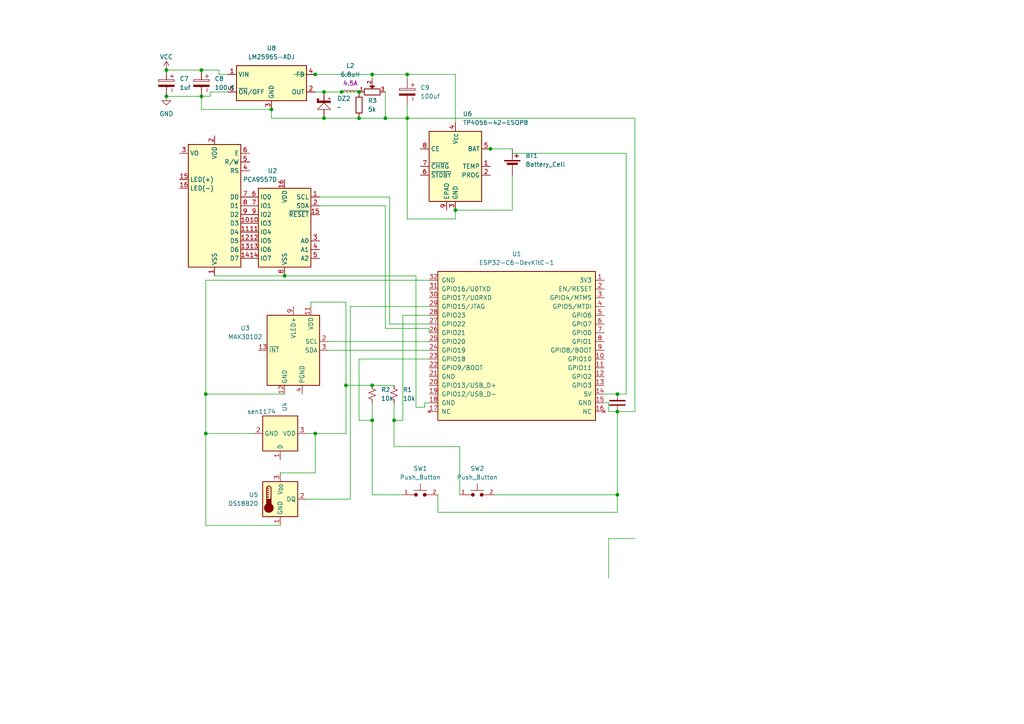
<source format=kicad_sch>
(kicad_sch (version 20250114) (generator "eeschema") (generator_version "9.0")
  (paper "A4")
  (lib_symbols
    (symbol "Battery_Management:TP4056-42-ESOP8"
      (property "Reference" "U" (at -6.604 11.684 0))
      (property "Value" "TP4056-42-ESOP8" (at 10.16 11.684 0))
      (symbol "TP4056-42-ESOP8_1_0"
        (pin input line (at -10.16 5.08 0) (length 2.54) (name "CE") (number "8"))
        (pin open_collector line (at -10.16 0 0) (length 2.54) (name "~{CHRG}") (number "7"))
        (pin open_collector line (at -10.16 -2.54 0) (length 2.54) (name "~{STDBY}") (number "6"))
        (pin passive line (at -2.54 -12.7 90) (length 2.54) (name "EPAD") (number "9"))
        (pin power_in line (at 0 12.7 270) (length 2.54) (name "V_{CC}") (number "4"))
        (pin power_in line (at 0 -12.7 90) (length 2.54) (name "GND") (number "3"))
        (pin power_out line (at 10.16 5.08 180) (length 2.54) (name "BAT") (number "5"))
        (pin input line (at 10.16 0 180) (length 2.54) (name "TEMP") (number "1"))
        (pin passive line (at 10.16 -2.54 180) (length 2.54) (name "PROG") (number "2"))
      )
      (symbol "TP4056-42-ESOP8_1_1"
        (rectangle (start -7.62 10.16) (end 7.62 -10.16) (stroke (width 0.254)) (fill (type background)))
      )
    )
    (symbol "Device:Battery_Cell" (pin_numbers (hide yes)) (pin_names (offset 0) (hide yes))
      (property "Reference" "BT" (at 2.54 2.54 0))
      (property "Value" "Battery_Cell" (at 2.54 0 0))
      (symbol "Battery_Cell_0_1"
        (rectangle (start -2.286 1.778) (end 2.286 1.524) (fill (type outline)))
        (rectangle (start -1.524 1.016) (end 1.524 0.508) (fill (type outline)))
        (polyline (pts (xy 0 1.778) (xy 0 2.54)))
        (polyline (pts (xy 0 0.762) (xy 0 0)))
        (polyline (pts (xy 0.762 3.048) (xy 1.778 3.048)) (stroke (width 0.254)))
        (polyline (pts (xy 1.27 3.556) (xy 1.27 2.54)) (stroke (width 0.254)))
      )
      (symbol "Battery_Cell_1_1"
        (pin passive line (at 0 5.08 270) (length 2.54) (name "+") (number "1"))
        (pin passive line (at 0 -2.54 90) (length 2.54) (name "-") (number "2"))
      )
    )
    (symbol "Display_Character:WC1602A"
      (property "Reference" "DS" (at -5.842 19.05 0))
      (property "Value" "WC1602A" (at 5.334 19.05 0))
      (symbol "WC1602A_1_1"
        (rectangle (start -7.62 17.78) (end 7.62 -17.78) (stroke (width 0.254)) (fill (type background)))
        (pin input line (at -10.16 15.24 0) (length 2.54) (name "E") (number "6"))
        (pin input line (at -10.16 12.7 0) (length 2.54) (name "R/W") (number "5"))
        (pin input line (at -10.16 10.16 0) (length 2.54) (name "RS") (number "4"))
        (pin input line (at -10.16 2.54 0) (length 2.54) (name "D0") (number "7"))
        (pin input line (at -10.16 0 0) (length 2.54) (name "D1") (number "8"))
        (pin input line (at -10.16 -2.54 0) (length 2.54) (name "D2") (number "9"))
        (pin input line (at -10.16 -5.08 0) (length 2.54) (name "D3") (number "10"))
        (pin input line (at -10.16 -7.62 0) (length 2.54) (name "D4") (number "11"))
        (pin input line (at -10.16 -10.16 0) (length 2.54) (name "D5") (number "12"))
        (pin input line (at -10.16 -12.7 0) (length 2.54) (name "D6") (number "13"))
        (pin input line (at -10.16 -15.24 0) (length 2.54) (name "D7") (number "14"))
        (pin power_in line (at 0 20.32 270) (length 2.54) (name "VDD") (number "2"))
        (pin power_in line (at 0 -20.32 90) (length 2.54) (name "VSS") (number "1"))
        (pin input line (at 10.16 15.24 180) (length 2.54) (name "VO") (number "3"))
        (pin power_in line (at 10.16 7.62 180) (length 2.54) (name "LED(+)") (number "15"))
        (pin power_in line (at 10.16 5.08 180) (length 2.54) (name "LED(-)") (number "16"))
      )
    )
    (symbol "Driver_LED:HV9923N8-G"
      (property "Reference" "U" (at -6.35 6.35 0))
      (property "Value" "HV9923N8-G" (at 1.27 6.35 0))
      (symbol "HV9923N8-G_0_1"
        (rectangle (start -5.08 5.08) (end 5.08 -5.08) (stroke (width 0.254)) (fill (type background)))
      )
      (symbol "HV9923N8-G_1_1"
        (pin output line (at 0 7.62 270) (length 2.54) (name "VDD") (number "3"))
        (pin power_in line (at 0 -7.62 90) (length 2.54) (name "GND") (number "2"))
        (pin passive line (at 7.62 0 180) (length 2.54) (name "D") (number "1"))
      )
    )
    (symbol "Interface_Expansion:PCA9557D"
      (property "Reference" "U" (at -7.62 11.43 0))
      (property "Value" "PCA9557D" (at 2.54 11.43 0))
      (symbol "PCA9557D_0_1"
        (rectangle (start -7.62 -12.7) (end 7.62 10.16) (stroke (width 0.254)) (fill (type background)))
      )
      (symbol "PCA9557D_1_1"
        (pin input line (at -10.16 7.62 0) (length 2.54) (name "SCL") (number "1"))
        (pin bidirectional line (at -10.16 5.08 0) (length 2.54) (name "SDA") (number "2"))
        (pin input line (at -10.16 2.54 0) (length 2.54) (name "~{RESET}") (number "15"))
        (pin input line (at -10.16 -5.08 0) (length 2.54) (name "A0") (number "3"))
        (pin input line (at -10.16 -7.62 0) (length 2.54) (name "A1") (number "4"))
        (pin input line (at -10.16 -10.16 0) (length 2.54) (name "A2") (number "5"))
        (pin power_in line (at 0 12.7 270) (length 2.54) (name "VDD") (number "16"))
        (pin power_in line (at 0 -15.24 90) (length 2.54) (name "VSS") (number "8"))
        (pin bidirectional line (at 10.16 7.62 180) (length 2.54) (name "IO0") (number "6"))
        (pin bidirectional line (at 10.16 5.08 180) (length 2.54) (name "IO1") (number "7"))
        (pin bidirectional line (at 10.16 2.54 180) (length 2.54) (name "IO2") (number "9"))
        (pin bidirectional line (at 10.16 0 180) (length 2.54) (name "IO3") (number "10"))
        (pin bidirectional line (at 10.16 -2.54 180) (length 2.54) (name "IO4") (number "11"))
        (pin bidirectional line (at 10.16 -5.08 180) (length 2.54) (name "IO5") (number "12"))
        (pin bidirectional line (at 10.16 -7.62 180) (length 2.54) (name "IO6") (number "13"))
        (pin bidirectional line (at 10.16 -10.16 180) (length 2.54) (name "IO7") (number "14"))
      )
    )
    (symbol "PCM_Espressif:ESP32-C6-DevKitC-1" (pin_names (offset 1.016))
      (property "Reference" "U" (at -22.86 25.4 0))
      (property "Value" "ESP32-C6-DevKitC-1" (at -22.86 22.86 0))
      (symbol "ESP32-C6-DevKitC-1_0_1"
        (rectangle (start -22.86 20.32) (end 22.86 -22.86) (stroke (width 0.254)) (fill (type background)))
      )
      (symbol "ESP32-C6-DevKitC-1_1_0"
        (pin input line (at -25.4 15.24 0) (length 2.54) (name "EN/RESET") (number "2"))
        (pin power_in line (at -25.4 -15.24 0) (length 2.54) (name "5V") (number "14"))
      )
      (symbol "ESP32-C6-DevKitC-1_1_1"
        (pin power_in line (at -25.4 17.78 0) (length 2.54) (name "3V3") (number "1"))
        (pin bidirectional line (at -25.4 12.7 0) (length 2.54) (name "GPIO4/MTMS") (number "3"))
        (pin bidirectional line (at -25.4 10.16 0) (length 2.54) (name "GPIO5/MTDI") (number "4"))
        (pin bidirectional line (at -25.4 7.62 0) (length 2.54) (name "GPIO6") (number "5"))
        (pin bidirectional line (at -25.4 5.08 0) (length 2.54) (name "GPIO7") (number "6"))
        (pin bidirectional line (at -25.4 2.54 0) (length 2.54) (name "GPIO0") (number "7"))
        (pin bidirectional line (at -25.4 0 0) (length 2.54) (name "GPIO1") (number "8"))
        (pin bidirectional line (at -25.4 -2.54 0) (length 2.54) (name "GPIO8/BOOT") (number "9"))
        (pin bidirectional line (at -25.4 -5.08 0) (length 2.54) (name "GPIO10") (number "10"))
        (pin bidirectional line (at -25.4 -7.62 0) (length 2.54) (name "GPIO11") (number "11"))
        (pin bidirectional line (at -25.4 -10.16 0) (length 2.54) (name "GPIO2") (number "12"))
        (pin bidirectional line (at -25.4 -12.7 0) (length 2.54) (name "GPIO3") (number "13"))
        (pin power_in line (at -25.4 -17.78 0) (length 2.54) (name "GND") (number "15"))
        (pin no_connect line (at -25.4 -20.32 0) (length 2.54) (name "NC") (number "16"))
        (pin power_in line (at 25.4 17.78 180) (length 2.54) (name "GND") (number "32"))
        (pin bidirectional line (at 25.4 15.24 180) (length 2.54) (name "GPIO16/U0TXD") (number "31"))
        (pin bidirectional line (at 25.4 12.7 180) (length 2.54) (name "GPIO17/U0RXD") (number "30"))
        (pin bidirectional line (at 25.4 10.16 180) (length 2.54) (name "GPIO15/JTAG") (number "29"))
        (pin bidirectional line (at 25.4 7.62 180) (length 2.54) (name "GPIO23") (number "28"))
        (pin bidirectional line (at 25.4 5.08 180) (length 2.54) (name "GPIO22") (number "27"))
        (pin bidirectional line (at 25.4 2.54 180) (length 2.54) (name "GPIO21") (number "26"))
        (pin bidirectional line (at 25.4 0 180) (length 2.54) (name "GPIO20") (number "25"))
        (pin bidirectional line (at 25.4 -2.54 180) (length 2.54) (name "GPIO19") (number "24"))
        (pin bidirectional line (at 25.4 -5.08 180) (length 2.54) (name "GPIO18") (number "23"))
        (pin bidirectional line (at 25.4 -7.62 180) (length 2.54) (name "GPIO9/BOOT") (number "22"))
        (pin power_in line (at 25.4 -10.16 180) (length 2.54) (name "GND") (number "21"))
        (pin bidirectional line (at 25.4 -12.7 180) (length 2.54) (name "GPIO13/USB_D+") (number "20"))
        (pin bidirectional line (at 25.4 -15.24 180) (length 2.54) (name "GPIO12/USB_D-") (number "19"))
        (pin power_in line (at 25.4 -17.78 180) (length 2.54) (name "GND") (number "18"))
        (pin no_connect line (at 25.4 -20.32 180) (length 2.54) (name "NC") (number "17"))
      )
    )
    (symbol "PCM_Nuova-Elettronica-Diodes:Zener" (pin_numbers (hide yes)) (pin_names (hide yes))
      (property "Reference" "DZ" (at 0 4.826 0))
      (symbol "Zener_1_1"
        (polyline (pts (xy -2.54 0) (xy -1.27 0)))
        (rectangle (start -1.8923 -1.4986) (end -0.6523 -2.0286) (stroke (width 0.01)) (fill (type outline)))
        (rectangle (start -1.27 1.8923) (end -0.635 -1.9939) (stroke (width 0.01)) (fill (type outline)))
        (polyline (pts (xy -0.635 0) (xy 1.27 1.905) (xy 1.27 -1.905) (xy -0.635 0)))
        (text "+" (at -1.875 1.5 0) (effects (font (size 0.8 0.8))))
        (pin passive line (at -3.81 0 0) (length 2.54) (name "~") (number "1"))
        (pin passive line (at 3.81 0 180) (length 2.54) (name "~") (number "2"))
      )
    )
    (symbol "PCM_SL_Capacitors:104_Ceramic"
      (property "Reference" "C" (at 0 6.35 0))
      (property "Value" "104_Ceramic" (at 0 3.81 0))
      (symbol "104_Ceramic_0_1"
        (rectangle (start -0.762 2.286) (end -0.508 -2.286) (fill (type outline)))
        (rectangle (start 0.508 2.286) (end 0.762 -2.286) (fill (type outline)))
      )
      (symbol "104_Ceramic_1_1"
        (pin passive line (at -2.54 0 0) (length 2) (name "~") (number "1"))
        (pin input line (at 2.54 0 180) (length 2) (name "~") (number "2"))
      )
    )
    (symbol "PCM_SL_Devices:Capacitor_PO"
      (property "Reference" "C" (at 0 7.62 0))
      (property "Value" "Capacitor_PO" (at 0 5.08 0))
      (symbol "Capacitor_PO_0_0"
        (text "+" (at -2.032 1.524 0) (effects (font (size 1.27 1.27))))
        (text "-" (at 2.032 1.524 0) (effects (font (size 1.27 1.27))))
      )
      (symbol "Capacitor_PO_0_1"
        (rectangle (start -1.016 -2.286) (end -0.508 2.286))
        (rectangle (start 0.508 -2.286) (end 1.016 2.286) (fill (type outline)))
      )
      (symbol "Capacitor_PO_1_1"
        (pin passive line (at -3.81 0 0) (length 2.7) (name "~") (number "1"))
        (pin input line (at 3.81 0 180) (length 2.7) (name "~") (number "2"))
      )
    )
    (symbol "PCM_SL_Devices:Push_Button"
      (property "Reference" "SW" (at 0 6.35 0))
      (property "Value" "Push_Button" (at 0 4.445 0))
      (symbol "Push_Button_0_1"
        (polyline (pts (xy -3.175 0) (xy -1.778 0)))
        (polyline (pts (xy -1.905 1.27) (xy 1.905 1.27)))
        (circle (center -1.27 0) (radius 0.4579) (fill (type outline)))
        (polyline (pts (xy 0 1.27) (xy 0 3.175)))
        (circle (center 1.27 0) (radius 0.4579) (fill (type outline)))
        (polyline (pts (xy 1.778 0) (xy 3.175 0)))
      )
      (symbol "Push_Button_1_1"
        (pin passive line (at -5.08 0 0) (length 2) (name "") (number "1"))
        (pin passive line (at 5.08 0 180) (length 2) (name "") (number "2"))
      )
    )
    (symbol "PCM_SL_Devices:potentiometer_3362P"
      (property "Reference" "RV" (at 0 -2.286 0))
      (property "Value" "potentiometer_3362P" (at 0 -3.81 0))
      (symbol "potentiometer_3362P_0_1"
        (rectangle (start -2.286 0.889) (end 2.286 -0.889) (stroke (width 0.24)))
        (polyline (pts (xy 0 1.016) (xy 0.762 1.778) (xy -0.762 1.778) (xy 0 1.016)) (fill (type outline)))
      )
      (symbol "potentiometer_3362P_1_1"
        (pin passive line (at -3.81 0 0) (length 1.5) (name "~") (number "1"))
        (pin passive line (at 0 3.81 270) (length 2) (name "~") (number "2"))
        (pin passive line (at 3.81 0 180) (length 1.5) (name "~") (number "3"))
      )
    )
    (symbol "PCM_SL_Resistors:Resistor"
      (property "Reference" "R" (at 0 5.08 0))
      (property "Value" "Resistor" (at 0 2.54 0))
      (symbol "Resistor_0_1"
        (rectangle (start -2.286 0.889) (end 2.286 -0.889) (stroke (width 0.24)))
      )
      (symbol "Resistor_1_1"
        (pin passive line (at -3.81 0 0) (length 1.5) (name "") (number "1"))
        (pin passive line (at 3.81 0 180) (length 1.5) (name "~") (number "2"))
      )
    )
    (symbol "PCM_SparkFun-Coil:6.8uH_7.3x6.6mm_4.5A" (pin_numbers (hide yes)) (pin_names (offset 1.016) (hide yes))
      (property "Reference" "L" (at 0 2.54 0))
      (property "Value" "6.8uH" (at 0 -1.27 0))
      (property "Current" "4.5A" (at 0 -3.81 0))
      (symbol "6.8uH_7.3x6.6mm_4.5A_0_1"
        (arc (start -2.032 0) (mid -1.524 0.5058) (end -1.016 0))
        (arc (start -1.016 0) (mid -0.508 0.5058) (end 0 0))
        (arc (start 0 0) (mid 0.508 0.5058) (end 1.016 0))
        (arc (start 1.016 0) (mid 1.524 0.5058) (end 2.032 0))
      )
      (symbol "6.8uH_7.3x6.6mm_4.5A_1_1"
        (pin passive line (at -2.54 0 0) (length 0.508) (name "~") (number "1"))
        (pin passive line (at 2.54 0 180) (length 0.508) (name "~") (number "2"))
      )
    )
    (symbol "PCM_SparkFun-PowerSymbol:VCC" (power) (pin_names (offset 0))
      (property "Value" "VCC" (at 0 3.81 0))
      (symbol "VCC_0_1"
        (polyline (pts (xy -0.762 1.27) (xy 0 2.54)))
        (polyline (pts (xy 0 2.54) (xy 0.762 1.27)))
        (polyline (pts (xy 0 0) (xy 0 2.54)))
      )
      (symbol "VCC_1_1"
        (pin power_in line (at 0 0 90) (length 0) (hide yes) (name "VCC") (number "1"))
      )
    )
    (symbol "PCM_SparkFun-Resistor:0.47_0603" (pin_numbers (hide yes)) (pin_names (offset 0))
      (property "Reference" "R" (at 0 -2.54 0))
      (property "Value" "0.47" (at 0 2.54 0))
      (symbol "0.47_0603_0_1"
        (polyline (pts (xy -1.524 0) (xy -1.143 1.016) (xy -0.762 0) (xy -0.381 -1.016) (xy 0 0)))
        (polyline (pts (xy 0 0) (xy 0.381 1.016) (xy 0.762 0) (xy 1.143 -1.016) (xy 1.524 0)))
      )
      (symbol "0.47_0603_1_1"
        (pin passive line (at -2.54 0 0) (length 1.016) (name "~") (number "1"))
        (pin passive line (at 2.54 0 180) (length 1.016) (name "~") (number "2"))
      )
    )
    (symbol "Regulator_Switching:LM2596S-ADJ"
      (property "Reference" "U" (at -10.16 6.35 0))
      (property "Value" "LM2596S-ADJ" (at 0 6.35 0))
      (symbol "LM2596S-ADJ_0_1"
        (rectangle (start -10.16 5.08) (end 10.16 -5.08) (stroke (width 0.254)) (fill (type background)))
      )
      (symbol "LM2596S-ADJ_1_1"
        (pin power_in line (at -12.7 2.54 0) (length 2.54) (name "VIN") (number "1"))
        (pin input line (at -12.7 -2.54 0) (length 2.54) (name "~{ON}/OFF") (number "5"))
        (pin power_in line (at 0 -7.62 90) (length 2.54) (name "GND") (number "3"))
        (pin input line (at 12.7 2.54 180) (length 2.54) (name "FB") (number "4"))
        (pin output line (at 12.7 -2.54 180) (length 2.54) (name "OUT") (number "2"))
      )
    )
    (symbol "Sensor:MAX30102"
      (property "Reference" "U" (at 7.62 15.24 0))
      (property "Value" "MAX30102" (at 7.62 12.7 0))
      (symbol "MAX30102_0_1"
        (rectangle (start -7.62 10.16) (end 7.62 -10.16) (stroke (width 0.254)) (fill (type background)))
      )
      (symbol "MAX30102_1_1"
        (pin input line (at -10.16 2.54 0) (length 2.54) (name "SCL") (number "2"))
        (pin bidirectional line (at -10.16 0 0) (length 2.54) (name "SDA") (number "3"))
        (pin no_connect line (at -7.62 5.08 0) (length 2.54) (hide yes) (name "NC") (number "1"))
        (pin no_connect line (at -7.62 -2.54 0) (length 2.54) (hide yes) (name "NC") (number "7"))
        (pin power_in line (at -5.08 12.7 270) (length 2.54) (name "VDD") (number "11"))
        (pin power_in line (at -2.54 -12.7 90) (length 2.54) (name "PGND") (number "4"))
        (pin passive line (at 0 12.7 270) (length 2.54) (hide yes) (name "VLED+") (number "10"))
        (pin power_in line (at 0 12.7 270) (length 2.54) (name "VLED+") (number "9"))
        (pin power_in line (at 2.54 -12.7 90) (length 2.54) (name "GND") (number "12"))
        (pin no_connect line (at 7.62 5.08 180) (length 2.54) (hide yes) (name "NC") (number "8"))
        (pin no_connect line (at 7.62 2.54 180) (length 2.54) (hide yes) (name "NC") (number "14"))
        (pin no_connect line (at 7.62 -5.08 180) (length 2.54) (hide yes) (name "NC") (number "6"))
        (pin no_connect line (at 7.62 -7.62 180) (length 2.54) (hide yes) (name "NC") (number "5"))
        (pin output line (at 10.16 0 180) (length 2.54) (name "~{INT}") (number "13"))
      )
    )
    (symbol "Sensor_Temperature:DS18B20"
      (property "Reference" "U" (at -3.81 6.35 0))
      (property "Value" "DS18B20" (at 6.35 6.35 0))
      (symbol "DS18B20_0_1"
        (rectangle (start -5.08 5.08) (end 5.08 -5.08) (stroke (width 0.254)) (fill (type background)))
        (polyline (pts (xy -3.937 3.175) (xy -3.937 0)) (stroke (width 0.254)))
        (polyline (pts (xy -3.937 3.175) (xy -3.302 3.175)) (stroke (width 0.254)))
        (polyline (pts (xy -3.937 2.54) (xy -3.302 2.54)) (stroke (width 0.254)))
        (polyline (pts (xy -3.937 1.905) (xy -3.302 1.905)) (stroke (width 0.254)))
        (polyline (pts (xy -3.937 1.27) (xy -3.302 1.27)) (stroke (width 0.254)))
        (polyline (pts (xy -3.937 0.635) (xy -3.302 0.635)) (stroke (width 0.254)))
        (arc (start -3.937 3.175) (mid -3.302 3.8073) (end -2.667 3.175) (stroke (width 0.254)))
        (circle (center -3.302 -2.54) (radius 1.27) (stroke (width 0.254)) (fill (type outline)))
        (polyline (pts (xy -2.667 3.175) (xy -2.667 0)) (stroke (width 0.254)))
        (rectangle (start -2.667 -1.905) (end -3.937 0) (stroke (width 0.254)) (fill (type outline)))
      )
      (symbol "DS18B20_1_1"
        (pin power_in line (at 0 7.62 270) (length 2.54) (name "V_{DD}") (number "3"))
        (pin power_in line (at 0 -7.62 90) (length 2.54) (name "GND") (number "1"))
        (pin bidirectional line (at 7.62 0 180) (length 2.54) (name "DQ") (number "2"))
      )
    )
    (symbol "power:GND" (power) (pin_numbers (hide yes)) (pin_names (offset 0) (hide yes))
      (property "Value" "GND" (at 0 -3.81 0))
      (symbol "GND_0_1"
        (polyline (pts (xy 0 0) (xy 0 -1.27) (xy 1.27 -1.27) (xy 0 -2.54) (xy -1.27 -1.27) (xy 0 -1.27)))
      )
      (symbol "GND_1_1"
        (pin power_in line (at 0 0 270) (length 0) (name "~") (number "1"))
      )
    )
  )
  (junction (at 99.06 26.67))
  (junction (at 107.95 111.76))
  (junction (at 107.95 121.92))
  (junction (at 100.33 111.76))
  (junction (at 132.08 60.96))
  (junction (at 118.11 21.59))
  (junction (at 93.98 26.67))
  (junction (at 114.3 121.92))
  (junction (at 142.24 43.18))
  (junction (at 179.07 114.3))
  (junction (at 118.11 34.29))
  (junction (at 93.98 34.29))
  (junction (at 78.74 31.75))
  (junction (at 82.55 80.01))
  (junction (at 48.26 27.94))
  (junction (at 179.07 143.51))
  (junction (at 91.44 125.73))
  (junction (at 107.95 21.59))
  (junction (at 58.42 27.94))
  (junction (at 91.44 21.59))
  (junction (at 179.07 119.38))
  (junction (at 59.69 114.3))
  (junction (at 59.69 125.73))
  (junction (at 111.76 34.29))
  (junction (at 104.14 34.29))
  (junction (at 104.14 26.67))
  (junction (at 48.26 20.32))
  (junction (at 58.42 20.32))
  (wire (pts (xy 107.95 121.92) (xy 107.95 143.51)))
  (wire (pts (xy 118.11 22.86) (xy 118.11 21.59)))
  (wire (pts (xy 82.55 80.01) (xy 62.23 80.01)))
  (wire (pts (xy 111.76 59.69) (xy 111.76 95.25)))
  (wire (pts (xy 107.95 21.59) (xy 107.95 22.86)))
  (wire (pts (xy 118.11 34.29) (xy 184.15 34.29)))
  (wire (pts (xy 107.95 143.51) (xy 116.84 143.51)))
  (wire (pts (xy 127 143.51) (xy 127 148.59)))
  (wire (pts (xy 179.07 143.51) (xy 179.07 148.59)))
  (wire (pts (xy 107.95 21.59) (xy 118.11 21.59)))
  (wire (pts (xy 127 148.59) (xy 179.07 148.59)))
  (wire (pts (xy 66.04 26.67) (xy 60.96 26.67)))
  (wire (pts (xy 179.07 114.3) (xy 175.26 114.3)))
  (wire (pts (xy 66.04 21.59) (xy 63.5 21.59)))
  (wire (pts (xy 114.3 121.92) (xy 114.3 129.54)))
  (wire (pts (xy 59.69 81.28) (xy 124.46 81.28)))
  (wire (pts (xy 176.53 119.38) (xy 179.07 119.38)))
  (wire (pts (xy 60.96 27.94) (xy 58.42 27.94)))
  (wire (pts (xy 120.65 80.01) (xy 82.55 80.01)))
  (wire (pts (xy 124.46 91.44) (xy 116.84 91.44)))
  (wire (pts (xy 81.28 137.16) (xy 91.44 137.16)))
  (wire (pts (xy 59.69 81.28) (xy 59.69 114.3)))
  (wire (pts (xy 91.44 125.73) (xy 91.44 137.16)))
  (wire (pts (xy 95.25 101.6) (xy 124.46 101.6)))
  (wire (pts (xy 48.26 20.32) (xy 58.42 20.32)))
  (wire (pts (xy 184.15 156.21) (xy 176.53 156.21)))
  (wire (pts (xy 59.69 114.3) (xy 59.69 125.73)))
  (wire (pts (xy 175.26 116.84) (xy 176.53 116.84)))
  (wire (pts (xy 48.26 27.94) (xy 58.42 27.94)))
  (wire (pts (xy 107.95 116.84) (xy 107.95 121.92)))
  (wire (pts (xy 91.44 125.73) (xy 100.33 125.73)))
  (wire (pts (xy 113.03 57.15) (xy 113.03 93.98)))
  (wire (pts (xy 132.08 60.96) (xy 148.59 60.96)))
  (wire (pts (xy 58.42 31.75) (xy 58.42 27.94)))
  (wire (pts (xy 140.97 43.18) (xy 142.24 43.18)))
  (wire (pts (xy 60.96 26.67) (xy 60.96 27.94)))
  (wire (pts (xy 184.15 119.38) (xy 179.07 119.38)))
  (wire (pts (xy 104.14 104.14) (xy 104.14 121.92)))
  (wire (pts (xy 132.08 21.59) (xy 132.08 35.56)))
  (wire (pts (xy 148.59 60.96) (xy 148.59 50.8)))
  (wire (pts (xy 58.42 31.75) (xy 78.74 31.75)))
  (wire (pts (xy 181.61 114.3) (xy 179.07 114.3)))
  (wire (pts (xy 90.17 87.63) (xy 90.17 88.9)))
  (wire (pts (xy 143.51 143.51) (xy 179.07 143.51)))
  (wire (pts (xy 59.69 125.73) (xy 59.69 152.4)))
  (wire (pts (xy 114.3 116.84) (xy 114.3 121.92)))
  (wire (pts (xy 95.25 99.06) (xy 124.46 99.06)))
  (wire (pts (xy 107.95 111.76) (xy 114.3 111.76)))
  (wire (pts (xy 184.15 34.29) (xy 184.15 119.38)))
  (wire (pts (xy 63.5 20.32) (xy 58.42 20.32)))
  (wire (pts (xy 81.28 152.4) (xy 59.69 152.4)))
  (wire (pts (xy 92.71 59.69) (xy 111.76 59.69)))
  (wire (pts (xy 104.14 104.14) (xy 124.46 104.14)))
  (wire (pts (xy 179.07 119.38) (xy 179.07 143.51)))
  (wire (pts (xy 132.08 63.5) (xy 132.08 60.96)))
  (wire (pts (xy 91.44 26.67) (xy 93.98 26.67)))
  (wire (pts (xy 91.44 21.59) (xy 107.95 21.59)))
  (wire (pts (xy 113.03 93.98) (xy 124.46 93.98)))
  (wire (pts (xy 88.9 125.73) (xy 91.44 125.73)))
  (wire (pts (xy 100.33 111.76) (xy 107.95 111.76)))
  (wire (pts (xy 111.76 26.67) (xy 111.76 34.29)))
  (wire (pts (xy 63.5 21.59) (xy 63.5 20.32)))
  (wire (pts (xy 118.11 34.29) (xy 111.76 34.29)))
  (wire (pts (xy 93.98 26.67) (xy 99.06 26.67)))
  (wire (pts (xy 118.11 21.59) (xy 132.08 21.59)))
  (wire (pts (xy 124.46 95.25) (xy 124.46 96.52)))
  (wire (pts (xy 100.33 87.63) (xy 90.17 87.63)))
  (wire (pts (xy 92.71 57.15) (xy 113.03 57.15)))
  (wire (pts (xy 101.6 88.9) (xy 124.46 88.9)))
  (wire (pts (xy 116.84 121.92) (xy 114.3 121.92)))
  (wire (pts (xy 123.19 116.84) (xy 123.19 118.11)))
  (wire (pts (xy 101.6 144.78) (xy 101.6 88.9)))
  (wire (pts (xy 142.24 43.18) (xy 148.59 43.18)))
  (wire (pts (xy 111.76 34.29) (xy 104.14 34.29)))
  (wire (pts (xy 111.76 95.25) (xy 124.46 95.25)))
  (wire (pts (xy 100.33 125.73) (xy 100.33 111.76)))
  (wire (pts (xy 88.9 144.78) (xy 101.6 144.78)))
  (wire (pts (xy 73.66 125.73) (xy 59.69 125.73)))
  (wire (pts (xy 148.59 44.45) (xy 181.61 44.45)))
  (wire (pts (xy 118.11 34.29) (xy 118.11 63.5)))
  (wire (pts (xy 181.61 44.45) (xy 181.61 114.3)))
  (wire (pts (xy 100.33 111.76) (xy 100.33 87.63)))
  (wire (pts (xy 116.84 91.44) (xy 116.84 121.92)))
  (wire (pts (xy 118.11 63.5) (xy 132.08 63.5)))
  (wire (pts (xy 123.19 118.11) (xy 120.65 118.11)))
  (wire (pts (xy 176.53 156.21) (xy 176.53 167.64)))
  (wire (pts (xy 114.3 129.54) (xy 133.35 129.54)))
  (wire (pts (xy 133.35 129.54) (xy 133.35 143.51)))
  (wire (pts (xy 82.55 114.3) (xy 59.69 114.3)))
  (wire (pts (xy 93.98 34.29) (xy 78.74 34.29)))
  (wire (pts (xy 124.46 116.84) (xy 123.19 116.84)))
  (wire (pts (xy 78.74 34.29) (xy 78.74 31.75)))
  (wire (pts (xy 104.14 34.29) (xy 93.98 34.29)))
  (wire (pts (xy 99.06 26.67) (xy 104.14 26.67)))
  (wire (pts (xy 104.14 121.92) (xy 107.95 121.92)))
  (wire (pts (xy 176.53 116.84) (xy 176.53 119.38)))
  (wire (pts (xy 85.09 21.59) (xy 91.44 21.59)))
  (wire (pts (xy 118.11 30.48) (xy 118.11 34.29)))
  (wire (pts (xy 120.65 118.11) (xy 120.65 80.01)))
  (symbol (lib_id "Device:Battery_Cell") (at 148.59 48.26 0) (unit 1)
    (property "Reference" "BT1" (at 152.4 45.1484 0) (effects (justify left)))
    (property "Value" "Battery_Cell" (at 152.4 47.6884 0) (effects (justify left)))
    (property "Description" "Single-cell battery" (effects (hide yes)))
    (property "Sim.Device" "V" (effects (hide yes)))
    (property "Sim.Type" "DC" (effects (hide yes)))
    (property "Sim.Pins" "1=+ 2=-" (effects (hide yes)))
  )
  (symbol (lib_id "PCM_SparkFun-PowerSymbol:VCC") (at 48.26 20.32 0) (mirror y) (unit 1)
    (property "Reference" "#PWR02" (effects (hide yes)))
    (property "Value" "VCC" (at 48.26 16.51 0))
    (property "Description" "Power symbol creates a global label with name \"VCC\"" (effects (hide yes)))
  )
  (symbol (lib_id "PCM_SL_Capacitors:104_Ceramic") (at 179.07 116.84 90) (unit 1)
    (property "Reference" "C2" (effects (hide yes)))
    (property "Value" "104_Ceramic" (effects (hide yes)))
    (property "Footprint" "Capacitor_THT:C_Disc_D5.0mm_W2.5mm_P2.50mm" (effects (hide yes)))
    (property "Description" "100nF Ceramic Capacitor" (effects (hide yes)))
  )
  (symbol (lib_id "Interface_Expansion:PCA9557D") (at 82.55 64.77 0) (mirror y) (unit 1)
    (property "Reference" "U2" (at 80.4067 49.53 0) (effects (justify left)))
    (property "Value" "PCA9557D" (at 80.4067 52.07 0) (effects (justify left)))
    (property "Footprint" "Package_SO:SO-16_3.9x9.9mm_P1.27mm" (effects (hide yes)))
    (property "Datasheet" "https://www.nxp.com/docs/en/data-sheet/PCA9557.pdf" (effects (hide yes)))
    (property "Description" "8-bit I2C-bus and SMBus I/O port with reset, SO-16" (effects (hide yes)))
  )
  (symbol (lib_id "PCM_SL_Devices:Push_Button") (at 138.43 143.51 0) (unit 1)
    (property "Reference" "SW2" (at 138.43 135.89 0))
    (property "Value" "Push_Button" (at 138.43 138.43 0))
    (property "Footprint" "Button_Switch_THT:SW_PUSH_6mm" (effects (hide yes)))
    (property "Description" "Common 6mmx6mm Push Button" (effects (hide yes)))
  )
  (symbol (lib_id "PCM_SL_Resistors:Resistor") (at 104.14 30.48 90) (unit 1)
    (property "Reference" "R3" (at 106.68 29.2099 90) (effects (justify right)))
    (property "Value" "5k" (at 106.68 31.7499 90) (effects (justify right)))
    (property "Footprint" "Resistor_THT:R_Axial_DIN0207_L6.3mm_D2.5mm_P10.16mm_Horizontal" (effects (hide yes)))
    (property "Description" "1/4W Resistor" (effects (hide yes)))
  )
  (symbol (lib_id "PCM_Nuova-Elettronica-Diodes:Zener") (at 93.98 30.48 270) (unit 1)
    (property "Reference" "DZ2" (at 97.79 28.5749 90) (effects (justify left)))
    (property "Value" "~" (at 97.79 31.1149 90) (effects (justify left)))
  )
  (symbol (lib_id "PCM_SL_Devices:Capacitor_PO") (at 58.42 24.13 270) (unit 1)
    (property "Reference" "C8" (at 62.23 22.8599 90) (effects (justify left)))
    (property "Value" "100uf" (at 62.23 25.3999 90) (effects (justify left)))
    (property "Footprint" "Capacitor_THT:CP_Radial_D5.0mm_P2.50mm" (effects (hide yes)))
    (property "Description" "Polarized Capacitor" (effects (hide yes)))
  )
  (symbol (lib_id "Regulator_Switching:LM2596S-ADJ") (at 78.74 24.13 0) (unit 1)
    (property "Reference" "U8" (at 78.74 13.97 0))
    (property "Value" "LM2596S-ADJ" (at 78.74 16.51 0))
    (property "Footprint" "Package_TO_SOT_SMD:TO-263-5_TabPin3" (effects (hide yes)))
    (property "Datasheet" "http://www.ti.com/lit/ds/symlink/lm2596.pdf" (effects (hide yes)))
    (property "Description" "Adjustable 3A Step-Down Voltage Regulator, TO-263" (effects (hide yes)))
  )
  (symbol (lib_id "Battery_Management:TP4056-42-ESOP8") (at 132.08 48.26 0) (unit 1)
    (property "Reference" "U6" (at 134.2233 33.02 0) (effects (justify left)))
    (property "Value" "TP4056-42-ESOP8" (at 134.2233 35.56 0) (effects (justify left)))
    (property "Footprint" "Package_SO:SOIC-8-1EP_3.9x4.9mm_P1.27mm_EP2.41x3.3mm_ThermalVias" (effects (hide yes)))
    (property "Datasheet" "https://www.lcsc.com/datasheet/lcsc_datasheet_2410121619_TOPPOWER-Nanjing-Extension-Microelectronics-TP4056-42-ESOP8_C16581.pdf" (effects (hide yes)))
    (property "Description" "1A Standalone Linear Li-ion/LiPo single-cell battery charger, 4.2V ±1% charge voltage, VCC = 4.0..8.0V, SOIC-8 (SOP-8)" (effects (hide yes)))
  )
  (symbol (lib_id "PCM_SL_Devices:Capacitor_PO") (at 48.26 24.13 270) (unit 1)
    (property "Reference" "C7" (at 52.07 22.8599 90) (effects (justify left)))
    (property "Value" "1uf" (at 52.07 25.3999 90) (effects (justify left)))
    (property "Footprint" "Capacitor_THT:CP_Radial_D5.0mm_P2.50mm" (effects (hide yes)))
    (property "Description" "Polarized Capacitor" (effects (hide yes)))
  )
  (symbol (lib_id "PCM_SL_Devices:Capacitor_PO") (at 118.11 26.67 270) (unit 1)
    (property "Reference" "C9" (at 121.92 25.3999 90) (effects (justify left)))
    (property "Value" "100uf" (at 121.92 27.9399 90) (effects (justify left)))
    (property "Footprint" "Capacitor_THT:CP_Radial_D5.0mm_P2.50mm" (effects (hide yes)))
    (property "Description" "Polarized Capacitor" (effects (hide yes)))
  )
  (symbol (lib_id "PCM_SL_Devices:potentiometer_3362P") (at 107.95 26.67 0) (unit 1)
    (property "Reference" "RV2" (effects (hide yes)))
    (property "Footprint" "PCM_SL_Footprints:potentiometer_3362P" (effects (hide yes)))
    (property "Datasheet" "https://www.bourns.com/data/global/pdfs/3362.pdf" (effects (hide yes)))
    (property "Description" "potentiometer_3362P" (effects (hide yes)))
  )
  (symbol (lib_id "Driver_LED:HV9923N8-G") (at 81.28 125.73 270) (unit 1)
    (property "Reference" "U4" (at 82.5501 119.38 0) (effects (justify right)))
    (property "Value" "sen1174" (at 80.0101 119.38 90) (effects (justify right)))
    (property "Footprint" "Package_TO_SOT_SMD:SOT-89-3" (effects (hide yes)))
    (property "Datasheet" "http://ww1.microchip.com/downloads/en/DeviceDoc/20005311A.pdf" (effects (hide yes)))
    (property "Description" "3pin Constant Current 30mA LED Driver, SOT89" (effects (hide yes)))
  )
  (symbol (lib_id "PCM_SL_Devices:Push_Button") (at 121.92 143.51 0) (unit 1)
    (property "Reference" "SW1" (at 121.92 135.89 0))
    (property "Value" "Push_Button" (at 121.92 138.43 0))
    (property "Footprint" "Button_Switch_THT:SW_PUSH_6mm" (effects (hide yes)))
    (property "Description" "Common 6mmx6mm Push Button" (effects (hide yes)))
  )
  (symbol (lib_id "PCM_SparkFun-Resistor:0.47_0603") (at 107.95 114.3 90) (unit 1)
    (property "Reference" "R2" (at 110.49 113.0299 90) (effects (justify right)))
    (property "Value" "10k" (at 110.49 115.5699 90) (effects (justify right)))
    (property "Footprint" "PCM_SparkFun-Resistor:R_0603_1608Metric" (effects (hide yes)))
    (property "Datasheet" "https://industrial.panasonic.com/cdbs/www-data/pdf/RDN0000/AOA0000C313.pdf" (effects (hide yes)))
    (property "Description" "Resistor" (effects (hide yes)))
    (property "PROD_ID" "RES-20715" (effects (hide yes)))
  )
  (symbol (lib_id "Sensor:MAX30102") (at 85.09 101.6 0) (mirror y) (unit 1)
    (property "Reference" "U3" (at 71.12 95.1798 0))
    (property "Value" "MAX30102" (at 71.12 97.7198 0))
    (property "Footprint" "OptoDevice:Maxim_OLGA-14_3.3x5.6mm_P0.8mm" (effects (hide yes)))
    (property "Datasheet" "https://datasheets.maximintegrated.com/en/ds/MAX30102.pdf" (effects (hide yes)))
    (property "Description" "Heart Rate Sensor, 14-OLGA" (effects (hide yes)))
  )
  (symbol (lib_id "PCM_Espressif:ESP32-C6-DevKitC-1") (at 149.86 99.06 0) (mirror y) (unit 1)
    (property "Reference" "U1" (at 149.86 73.66 0))
    (property "Value" "ESP32-C6-DevKitC-1" (at 149.86 76.2 0))
    (property "Footprint" "PCM_Espressif:ESP32-C6-DevKitC-1" (effects (hide yes)))
    (property "Datasheet" "https://docs.espressif.com/projects/espressif-esp-dev-kits/en/latest/esp32c6/esp32-c6-devkitc-1/user_guide.html" (effects (hide yes)))
    (property "Description" "ESP32-C6-DevKitC-1" (effects (hide yes)))
  )
  (symbol (lib_id "power:GND") (at 48.26 27.94 0) (mirror y) (unit 1)
    (property "Reference" "#PWR03" (effects (hide yes)))
    (property "Value" "GND" (at 48.26 33.02 0))
    (property "Description" "Power symbol creates a global label with name \"GND\" , ground" (effects (hide yes)))
  )
  (symbol (lib_id "PCM_SparkFun-Resistor:0.47_0603") (at 114.3 114.3 90) (unit 1)
    (property "Reference" "R1" (at 116.84 113.0299 90) (effects (justify right)))
    (property "Value" "10k" (at 116.84 115.5699 90) (effects (justify right)))
    (property "Footprint" "PCM_SparkFun-Resistor:R_0603_1608Metric" (effects (hide yes)))
    (property "Datasheet" "https://industrial.panasonic.com/cdbs/www-data/pdf/RDN0000/AOA0000C313.pdf" (effects (hide yes)))
    (property "Description" "Resistor" (effects (hide yes)))
    (property "PROD_ID" "RES-20715" (effects (hide yes)))
  )
  (symbol (lib_id "Sensor_Temperature:DS18B20") (at 81.28 144.78 0) (unit 1)
    (property "Reference" "U5" (at 74.93 143.5099 0) (effects (justify right)))
    (property "Value" "DS18B20" (at 74.93 146.0499 0) (effects (justify right)))
    (property "Footprint" "Package_TO_SOT_THT:TO-92_Inline" (effects (hide yes)))
    (property "Datasheet" "http://datasheets.maximintegrated.com/en/ds/DS18B20.pdf" (effects (hide yes)))
    (property "Description" "Programmable Resolution 1-Wire Digital Thermometer TO-92" (effects (hide yes)))
  )
  (symbol (lib_id "Display_Character:WC1602A") (at 62.23 59.69 0) (mirror y) (unit 1)
    (property "Reference" "DS1" (effects (hide yes)))
    (property "Value" "WC1602A" (effects (hide yes)))
    (property "Footprint" "Display:WC1602A" (effects (hide yes)))
    (property "Datasheet" "http://www.wincomlcd.com/pdf/WC1602A-SFYLYHTC06.pdf" (effects (hide yes)))
    (property "Description" "LCD 16x2 Alphanumeric , 8 bit parallel bus, 5V VDD" (effects (hide yes)))
  )
  (symbol (lib_id "PCM_SparkFun-Coil:6.8uH_7.3x6.6mm_4.5A") (at 101.6 26.67 0) (unit 1)
    (property "Reference" "L2" (at 101.6 19.05 0))
    (property "Value" "6.8uH" (at 101.6 21.59 0))
    (property "Footprint" "PCM_SparkFun-Coil:Inductor_7.3x6.6mm" (effects (hide yes)))
    (property "Datasheet" "https://productfinder.pulseelectronics.com/api/open/part-attachments/datasheet/BMRA000606306R8MA1" (effects (hide yes)))
    (property "Description" "Inductor" (effects (hide yes)))
    (property "PROD_ID" "NDUC-17223" (effects (hide yes)))
    (property "Current" "4.5A" (at 101.6 24.13 0))
  )
)
</source>
